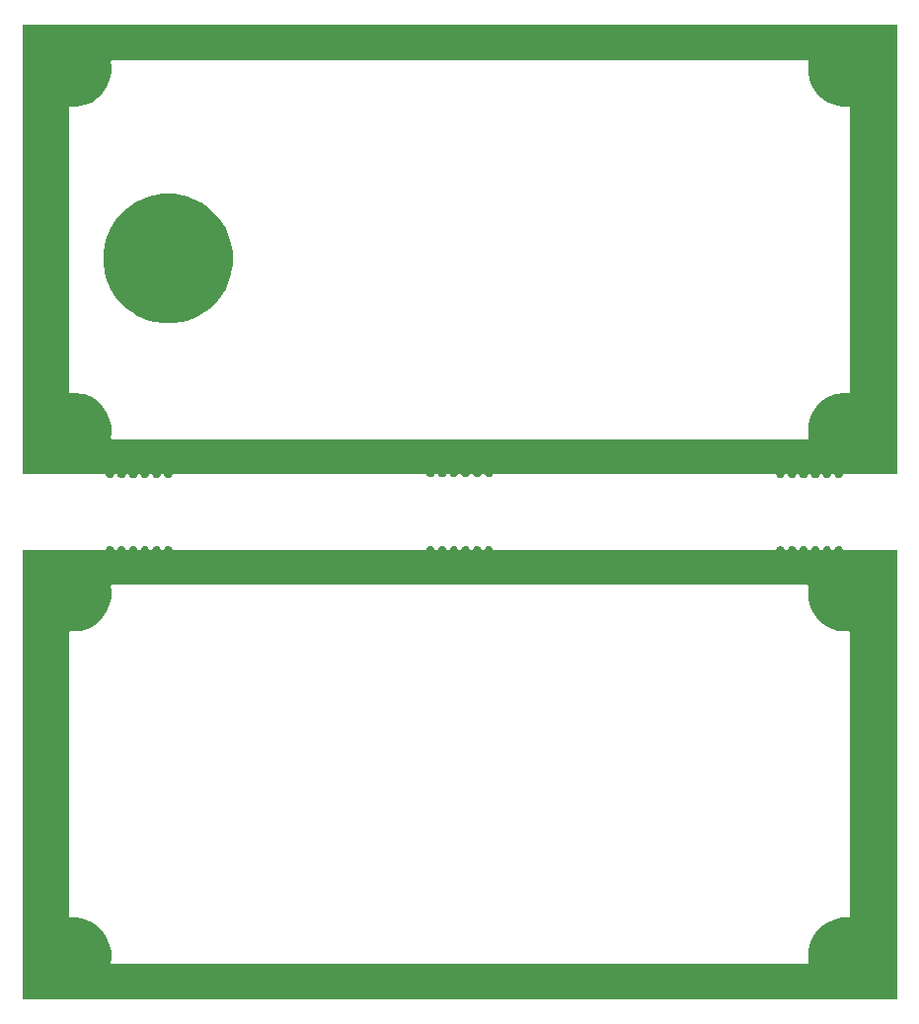
<source format=gbr>
G04 #@! TF.GenerationSoftware,KiCad,Pcbnew,(5.1.5)-3*
G04 #@! TF.CreationDate,2020-02-21T13:09:46+01:00*
G04 #@! TF.ProjectId,radiointerface-panel,72616469-6f69-46e7-9465-72666163652d,rev?*
G04 #@! TF.SameCoordinates,Original*
G04 #@! TF.FileFunction,Soldermask,Bot*
G04 #@! TF.FilePolarity,Negative*
%FSLAX46Y46*%
G04 Gerber Fmt 4.6, Leading zero omitted, Abs format (unit mm)*
G04 Created by KiCad (PCBNEW (5.1.5)-3) date 2020-02-21 13:09:46*
%MOMM*%
%LPD*%
G04 APERTURE LIST*
%ADD10C,0.100000*%
G04 APERTURE END LIST*
D10*
G36*
X57602383Y-94662489D02*
G01*
X57602386Y-94662490D01*
X57602385Y-94662490D01*
X57666258Y-94688946D01*
X57723748Y-94727360D01*
X57772640Y-94776252D01*
X57811054Y-94833742D01*
X57832624Y-94885818D01*
X57837511Y-94897617D01*
X57837863Y-94899388D01*
X57844976Y-94922837D01*
X57856527Y-94944447D01*
X57872073Y-94963389D01*
X57891015Y-94978934D01*
X57912625Y-94990485D01*
X57936074Y-94997598D01*
X57960460Y-95000000D01*
X58039540Y-95000000D01*
X58063926Y-94997598D01*
X58087375Y-94990485D01*
X58108986Y-94978934D01*
X58127928Y-94963389D01*
X58143473Y-94944447D01*
X58155024Y-94922836D01*
X58162137Y-94899388D01*
X58162489Y-94897617D01*
X58167376Y-94885818D01*
X58188946Y-94833742D01*
X58227360Y-94776252D01*
X58276252Y-94727360D01*
X58333742Y-94688946D01*
X58397615Y-94662490D01*
X58397614Y-94662490D01*
X58397617Y-94662489D01*
X58465430Y-94649000D01*
X58534570Y-94649000D01*
X58602383Y-94662489D01*
X58602386Y-94662490D01*
X58602385Y-94662490D01*
X58666258Y-94688946D01*
X58723748Y-94727360D01*
X58772640Y-94776252D01*
X58811054Y-94833742D01*
X58832624Y-94885818D01*
X58837511Y-94897617D01*
X58837863Y-94899388D01*
X58844976Y-94922837D01*
X58856527Y-94944447D01*
X58872073Y-94963389D01*
X58891015Y-94978934D01*
X58912625Y-94990485D01*
X58936074Y-94997598D01*
X58960460Y-95000000D01*
X59039540Y-95000000D01*
X59063926Y-94997598D01*
X59087375Y-94990485D01*
X59108986Y-94978934D01*
X59127928Y-94963389D01*
X59143473Y-94944447D01*
X59155024Y-94922836D01*
X59162137Y-94899388D01*
X59162489Y-94897617D01*
X59167376Y-94885818D01*
X59188946Y-94833742D01*
X59227360Y-94776252D01*
X59276252Y-94727360D01*
X59333742Y-94688946D01*
X59397615Y-94662490D01*
X59397614Y-94662490D01*
X59397617Y-94662489D01*
X59465430Y-94649000D01*
X59534570Y-94649000D01*
X59602383Y-94662489D01*
X59602386Y-94662490D01*
X59602385Y-94662490D01*
X59666258Y-94688946D01*
X59723748Y-94727360D01*
X59772640Y-94776252D01*
X59811054Y-94833742D01*
X59832624Y-94885818D01*
X59837511Y-94897617D01*
X59837863Y-94899388D01*
X59844976Y-94922837D01*
X59856527Y-94944447D01*
X59872073Y-94963389D01*
X59891015Y-94978934D01*
X59912625Y-94990485D01*
X59936074Y-94997598D01*
X59960460Y-95000000D01*
X60039540Y-95000000D01*
X60063926Y-94997598D01*
X60087375Y-94990485D01*
X60108986Y-94978934D01*
X60127928Y-94963389D01*
X60143473Y-94944447D01*
X60155024Y-94922836D01*
X60162137Y-94899388D01*
X60162489Y-94897617D01*
X60167376Y-94885818D01*
X60188946Y-94833742D01*
X60227360Y-94776252D01*
X60276252Y-94727360D01*
X60333742Y-94688946D01*
X60397615Y-94662490D01*
X60397614Y-94662490D01*
X60397617Y-94662489D01*
X60465430Y-94649000D01*
X60534570Y-94649000D01*
X60602383Y-94662489D01*
X60602386Y-94662490D01*
X60602385Y-94662490D01*
X60666258Y-94688946D01*
X60723748Y-94727360D01*
X60772640Y-94776252D01*
X60811054Y-94833742D01*
X60832624Y-94885818D01*
X60837511Y-94897617D01*
X60837863Y-94899388D01*
X60844976Y-94922837D01*
X60856527Y-94944447D01*
X60872073Y-94963389D01*
X60891015Y-94978934D01*
X60912625Y-94990485D01*
X60936074Y-94997598D01*
X60960460Y-95000000D01*
X61039540Y-95000000D01*
X61063926Y-94997598D01*
X61087375Y-94990485D01*
X61108986Y-94978934D01*
X61127928Y-94963389D01*
X61143473Y-94944447D01*
X61155024Y-94922836D01*
X61162137Y-94899388D01*
X61162489Y-94897617D01*
X61167376Y-94885818D01*
X61188946Y-94833742D01*
X61227360Y-94776252D01*
X61276252Y-94727360D01*
X61333742Y-94688946D01*
X61397615Y-94662490D01*
X61397614Y-94662490D01*
X61397617Y-94662489D01*
X61465430Y-94649000D01*
X61534570Y-94649000D01*
X61602383Y-94662489D01*
X61602386Y-94662490D01*
X61602385Y-94662490D01*
X61666258Y-94688946D01*
X61723748Y-94727360D01*
X61772640Y-94776252D01*
X61811054Y-94833742D01*
X61832624Y-94885818D01*
X61837511Y-94897617D01*
X61837863Y-94899388D01*
X61844976Y-94922837D01*
X61856527Y-94944447D01*
X61872073Y-94963389D01*
X61891015Y-94978934D01*
X61912625Y-94990485D01*
X61936074Y-94997598D01*
X61960460Y-95000000D01*
X62039540Y-95000000D01*
X62063926Y-94997598D01*
X62087375Y-94990485D01*
X62108986Y-94978934D01*
X62127928Y-94963389D01*
X62143473Y-94944447D01*
X62155024Y-94922836D01*
X62162137Y-94899388D01*
X62162489Y-94897617D01*
X62167376Y-94885818D01*
X62188946Y-94833742D01*
X62227360Y-94776252D01*
X62276252Y-94727360D01*
X62333742Y-94688946D01*
X62397615Y-94662490D01*
X62397614Y-94662490D01*
X62397617Y-94662489D01*
X62465430Y-94649000D01*
X62534570Y-94649000D01*
X62602383Y-94662489D01*
X62602386Y-94662490D01*
X62602385Y-94662490D01*
X62666258Y-94688946D01*
X62723748Y-94727360D01*
X62772640Y-94776252D01*
X62811054Y-94833742D01*
X62832624Y-94885818D01*
X62837511Y-94897617D01*
X62837863Y-94899388D01*
X62844976Y-94922837D01*
X62856527Y-94944447D01*
X62872073Y-94963389D01*
X62891015Y-94978934D01*
X62912625Y-94990485D01*
X62936074Y-94997598D01*
X62960460Y-95000000D01*
X84539540Y-95000000D01*
X84563926Y-94997598D01*
X84587375Y-94990485D01*
X84608986Y-94978934D01*
X84627928Y-94963389D01*
X84643473Y-94944447D01*
X84655024Y-94922836D01*
X84662137Y-94899388D01*
X84662489Y-94897617D01*
X84667376Y-94885818D01*
X84688946Y-94833742D01*
X84727360Y-94776252D01*
X84776252Y-94727360D01*
X84833742Y-94688946D01*
X84897615Y-94662490D01*
X84897614Y-94662490D01*
X84897617Y-94662489D01*
X84965430Y-94649000D01*
X85034570Y-94649000D01*
X85102383Y-94662489D01*
X85102386Y-94662490D01*
X85102385Y-94662490D01*
X85166258Y-94688946D01*
X85223748Y-94727360D01*
X85272640Y-94776252D01*
X85311054Y-94833742D01*
X85332624Y-94885818D01*
X85337511Y-94897617D01*
X85337863Y-94899388D01*
X85344976Y-94922837D01*
X85356527Y-94944447D01*
X85372073Y-94963389D01*
X85391015Y-94978934D01*
X85412625Y-94990485D01*
X85436074Y-94997598D01*
X85460460Y-95000000D01*
X85539540Y-95000000D01*
X85563926Y-94997598D01*
X85587375Y-94990485D01*
X85608986Y-94978934D01*
X85627928Y-94963389D01*
X85643473Y-94944447D01*
X85655024Y-94922836D01*
X85662137Y-94899388D01*
X85662489Y-94897617D01*
X85667376Y-94885818D01*
X85688946Y-94833742D01*
X85727360Y-94776252D01*
X85776252Y-94727360D01*
X85833742Y-94688946D01*
X85897615Y-94662490D01*
X85897614Y-94662490D01*
X85897617Y-94662489D01*
X85965430Y-94649000D01*
X86034570Y-94649000D01*
X86102383Y-94662489D01*
X86102386Y-94662490D01*
X86102385Y-94662490D01*
X86166258Y-94688946D01*
X86223748Y-94727360D01*
X86272640Y-94776252D01*
X86311054Y-94833742D01*
X86332624Y-94885818D01*
X86337511Y-94897617D01*
X86337863Y-94899388D01*
X86344976Y-94922837D01*
X86356527Y-94944447D01*
X86372073Y-94963389D01*
X86391015Y-94978934D01*
X86412625Y-94990485D01*
X86436074Y-94997598D01*
X86460460Y-95000000D01*
X86539540Y-95000000D01*
X86563926Y-94997598D01*
X86587375Y-94990485D01*
X86608986Y-94978934D01*
X86627928Y-94963389D01*
X86643473Y-94944447D01*
X86655024Y-94922836D01*
X86662137Y-94899388D01*
X86662489Y-94897617D01*
X86667376Y-94885818D01*
X86688946Y-94833742D01*
X86727360Y-94776252D01*
X86776252Y-94727360D01*
X86833742Y-94688946D01*
X86897615Y-94662490D01*
X86897614Y-94662490D01*
X86897617Y-94662489D01*
X86965430Y-94649000D01*
X87034570Y-94649000D01*
X87102383Y-94662489D01*
X87102386Y-94662490D01*
X87102385Y-94662490D01*
X87166258Y-94688946D01*
X87223748Y-94727360D01*
X87272640Y-94776252D01*
X87311054Y-94833742D01*
X87332624Y-94885818D01*
X87337511Y-94897617D01*
X87337863Y-94899388D01*
X87344976Y-94922837D01*
X87356527Y-94944447D01*
X87372073Y-94963389D01*
X87391015Y-94978934D01*
X87412625Y-94990485D01*
X87436074Y-94997598D01*
X87460460Y-95000000D01*
X87539540Y-95000000D01*
X87563926Y-94997598D01*
X87587375Y-94990485D01*
X87608986Y-94978934D01*
X87627928Y-94963389D01*
X87643473Y-94944447D01*
X87655024Y-94922836D01*
X87662137Y-94899388D01*
X87662489Y-94897617D01*
X87667376Y-94885818D01*
X87688946Y-94833742D01*
X87727360Y-94776252D01*
X87776252Y-94727360D01*
X87833742Y-94688946D01*
X87897615Y-94662490D01*
X87897614Y-94662490D01*
X87897617Y-94662489D01*
X87965430Y-94649000D01*
X88034570Y-94649000D01*
X88102383Y-94662489D01*
X88102386Y-94662490D01*
X88102385Y-94662490D01*
X88166258Y-94688946D01*
X88223748Y-94727360D01*
X88272640Y-94776252D01*
X88311054Y-94833742D01*
X88332624Y-94885818D01*
X88337511Y-94897617D01*
X88337863Y-94899388D01*
X88344976Y-94922837D01*
X88356527Y-94944447D01*
X88372073Y-94963389D01*
X88391015Y-94978934D01*
X88412625Y-94990485D01*
X88436074Y-94997598D01*
X88460460Y-95000000D01*
X88539540Y-95000000D01*
X88563926Y-94997598D01*
X88587375Y-94990485D01*
X88608986Y-94978934D01*
X88627928Y-94963389D01*
X88643473Y-94944447D01*
X88655024Y-94922836D01*
X88662137Y-94899388D01*
X88662489Y-94897617D01*
X88667376Y-94885818D01*
X88688946Y-94833742D01*
X88727360Y-94776252D01*
X88776252Y-94727360D01*
X88833742Y-94688946D01*
X88897615Y-94662490D01*
X88897614Y-94662490D01*
X88897617Y-94662489D01*
X88965430Y-94649000D01*
X89034570Y-94649000D01*
X89102383Y-94662489D01*
X89102386Y-94662490D01*
X89102385Y-94662490D01*
X89166258Y-94688946D01*
X89223748Y-94727360D01*
X89272640Y-94776252D01*
X89311054Y-94833742D01*
X89332624Y-94885818D01*
X89337511Y-94897617D01*
X89337863Y-94899388D01*
X89344976Y-94922837D01*
X89356527Y-94944447D01*
X89372073Y-94963389D01*
X89391015Y-94978934D01*
X89412625Y-94990485D01*
X89436074Y-94997598D01*
X89460460Y-95000000D01*
X89539540Y-95000000D01*
X89563926Y-94997598D01*
X89587375Y-94990485D01*
X89608986Y-94978934D01*
X89627928Y-94963389D01*
X89643473Y-94944447D01*
X89655024Y-94922836D01*
X89662137Y-94899388D01*
X89662489Y-94897617D01*
X89667376Y-94885818D01*
X89688946Y-94833742D01*
X89727360Y-94776252D01*
X89776252Y-94727360D01*
X89833742Y-94688946D01*
X89897615Y-94662490D01*
X89897614Y-94662490D01*
X89897617Y-94662489D01*
X89965430Y-94649000D01*
X90034570Y-94649000D01*
X90102383Y-94662489D01*
X90102386Y-94662490D01*
X90102385Y-94662490D01*
X90166258Y-94688946D01*
X90223748Y-94727360D01*
X90272640Y-94776252D01*
X90311054Y-94833742D01*
X90332624Y-94885818D01*
X90337511Y-94897617D01*
X90337863Y-94899388D01*
X90344976Y-94922837D01*
X90356527Y-94944447D01*
X90372073Y-94963389D01*
X90391015Y-94978934D01*
X90412625Y-94990485D01*
X90436074Y-94997598D01*
X90460460Y-95000000D01*
X114539540Y-95000000D01*
X114563926Y-94997598D01*
X114587375Y-94990485D01*
X114608986Y-94978934D01*
X114627928Y-94963389D01*
X114643473Y-94944447D01*
X114655024Y-94922836D01*
X114662137Y-94899388D01*
X114662489Y-94897617D01*
X114667376Y-94885818D01*
X114688946Y-94833742D01*
X114727360Y-94776252D01*
X114776252Y-94727360D01*
X114833742Y-94688946D01*
X114897615Y-94662490D01*
X114897614Y-94662490D01*
X114897617Y-94662489D01*
X114965430Y-94649000D01*
X115034570Y-94649000D01*
X115102383Y-94662489D01*
X115102386Y-94662490D01*
X115102385Y-94662490D01*
X115166258Y-94688946D01*
X115223748Y-94727360D01*
X115272640Y-94776252D01*
X115311054Y-94833742D01*
X115332624Y-94885818D01*
X115337511Y-94897617D01*
X115337863Y-94899388D01*
X115344976Y-94922837D01*
X115356527Y-94944447D01*
X115372073Y-94963389D01*
X115391015Y-94978934D01*
X115412625Y-94990485D01*
X115436074Y-94997598D01*
X115460460Y-95000000D01*
X115539540Y-95000000D01*
X115563926Y-94997598D01*
X115587375Y-94990485D01*
X115608986Y-94978934D01*
X115627928Y-94963389D01*
X115643473Y-94944447D01*
X115655024Y-94922836D01*
X115662137Y-94899388D01*
X115662489Y-94897617D01*
X115667376Y-94885818D01*
X115688946Y-94833742D01*
X115727360Y-94776252D01*
X115776252Y-94727360D01*
X115833742Y-94688946D01*
X115897615Y-94662490D01*
X115897614Y-94662490D01*
X115897617Y-94662489D01*
X115965430Y-94649000D01*
X116034570Y-94649000D01*
X116102383Y-94662489D01*
X116102386Y-94662490D01*
X116102385Y-94662490D01*
X116166258Y-94688946D01*
X116223748Y-94727360D01*
X116272640Y-94776252D01*
X116311054Y-94833742D01*
X116332624Y-94885818D01*
X116337511Y-94897617D01*
X116337863Y-94899388D01*
X116344976Y-94922837D01*
X116356527Y-94944447D01*
X116372073Y-94963389D01*
X116391015Y-94978934D01*
X116412625Y-94990485D01*
X116436074Y-94997598D01*
X116460460Y-95000000D01*
X116539540Y-95000000D01*
X116563926Y-94997598D01*
X116587375Y-94990485D01*
X116608986Y-94978934D01*
X116627928Y-94963389D01*
X116643473Y-94944447D01*
X116655024Y-94922836D01*
X116662137Y-94899388D01*
X116662489Y-94897617D01*
X116667376Y-94885818D01*
X116688946Y-94833742D01*
X116727360Y-94776252D01*
X116776252Y-94727360D01*
X116833742Y-94688946D01*
X116897615Y-94662490D01*
X116897614Y-94662490D01*
X116897617Y-94662489D01*
X116965430Y-94649000D01*
X117034570Y-94649000D01*
X117102383Y-94662489D01*
X117102386Y-94662490D01*
X117102385Y-94662490D01*
X117166258Y-94688946D01*
X117223748Y-94727360D01*
X117272640Y-94776252D01*
X117311054Y-94833742D01*
X117332624Y-94885818D01*
X117337511Y-94897617D01*
X117337863Y-94899388D01*
X117344976Y-94922837D01*
X117356527Y-94944447D01*
X117372073Y-94963389D01*
X117391015Y-94978934D01*
X117412625Y-94990485D01*
X117436074Y-94997598D01*
X117460460Y-95000000D01*
X117539540Y-95000000D01*
X117563926Y-94997598D01*
X117587375Y-94990485D01*
X117608986Y-94978934D01*
X117627928Y-94963389D01*
X117643473Y-94944447D01*
X117655024Y-94922836D01*
X117662137Y-94899388D01*
X117662489Y-94897617D01*
X117667376Y-94885818D01*
X117688946Y-94833742D01*
X117727360Y-94776252D01*
X117776252Y-94727360D01*
X117833742Y-94688946D01*
X117897615Y-94662490D01*
X117897614Y-94662490D01*
X117897617Y-94662489D01*
X117965430Y-94649000D01*
X118034570Y-94649000D01*
X118102383Y-94662489D01*
X118102386Y-94662490D01*
X118102385Y-94662490D01*
X118166258Y-94688946D01*
X118223748Y-94727360D01*
X118272640Y-94776252D01*
X118311054Y-94833742D01*
X118332624Y-94885818D01*
X118337511Y-94897617D01*
X118337863Y-94899388D01*
X118344976Y-94922837D01*
X118356527Y-94944447D01*
X118372073Y-94963389D01*
X118391015Y-94978934D01*
X118412625Y-94990485D01*
X118436074Y-94997598D01*
X118460460Y-95000000D01*
X118539540Y-95000000D01*
X118563926Y-94997598D01*
X118587375Y-94990485D01*
X118608986Y-94978934D01*
X118627928Y-94963389D01*
X118643473Y-94944447D01*
X118655024Y-94922836D01*
X118662137Y-94899388D01*
X118662489Y-94897617D01*
X118667376Y-94885818D01*
X118688946Y-94833742D01*
X118727360Y-94776252D01*
X118776252Y-94727360D01*
X118833742Y-94688946D01*
X118897615Y-94662490D01*
X118897614Y-94662490D01*
X118897617Y-94662489D01*
X118965430Y-94649000D01*
X119034570Y-94649000D01*
X119102383Y-94662489D01*
X119102386Y-94662490D01*
X119102385Y-94662490D01*
X119166258Y-94688946D01*
X119223748Y-94727360D01*
X119272640Y-94776252D01*
X119311054Y-94833742D01*
X119332624Y-94885818D01*
X119337511Y-94897617D01*
X119337863Y-94899388D01*
X119344976Y-94922837D01*
X119356527Y-94944447D01*
X119372073Y-94963389D01*
X119391015Y-94978934D01*
X119412625Y-94990485D01*
X119436074Y-94997598D01*
X119460460Y-95000000D01*
X119539540Y-95000000D01*
X119563926Y-94997598D01*
X119587375Y-94990485D01*
X119608986Y-94978934D01*
X119627928Y-94963389D01*
X119643473Y-94944447D01*
X119655024Y-94922836D01*
X119662137Y-94899388D01*
X119662489Y-94897617D01*
X119667376Y-94885818D01*
X119688946Y-94833742D01*
X119727360Y-94776252D01*
X119776252Y-94727360D01*
X119833742Y-94688946D01*
X119897615Y-94662490D01*
X119897614Y-94662490D01*
X119897617Y-94662489D01*
X119965430Y-94649000D01*
X120034570Y-94649000D01*
X120102383Y-94662489D01*
X120102386Y-94662490D01*
X120102385Y-94662490D01*
X120166258Y-94688946D01*
X120223748Y-94727360D01*
X120272640Y-94776252D01*
X120311054Y-94833742D01*
X120332624Y-94885818D01*
X120337511Y-94897617D01*
X120337863Y-94899388D01*
X120344976Y-94922837D01*
X120356527Y-94944447D01*
X120372073Y-94963389D01*
X120391015Y-94978934D01*
X120412625Y-94990485D01*
X120436074Y-94997598D01*
X120460460Y-95000000D01*
X125000000Y-95000000D01*
X125000000Y-133500000D01*
X50000000Y-133500000D01*
X50000000Y-102100999D01*
X54000000Y-102100999D01*
X54000000Y-126399001D01*
X54002402Y-126423387D01*
X54009515Y-126446836D01*
X54021066Y-126468447D01*
X54036611Y-126487389D01*
X54055553Y-126502934D01*
X54077164Y-126514485D01*
X54100613Y-126521598D01*
X54124999Y-126524000D01*
X54695197Y-126524000D01*
X55009239Y-126586467D01*
X55323282Y-126648934D01*
X55914926Y-126894001D01*
X56447392Y-127249784D01*
X56900216Y-127702608D01*
X57255999Y-128235074D01*
X57501066Y-128826718D01*
X57501066Y-128826719D01*
X57626000Y-129454803D01*
X57626000Y-130095197D01*
X57575194Y-130350615D01*
X57572792Y-130375001D01*
X57575194Y-130399387D01*
X57582307Y-130422836D01*
X57593858Y-130444447D01*
X57609403Y-130463389D01*
X57628345Y-130478934D01*
X57649956Y-130490485D01*
X57673405Y-130497598D01*
X57697791Y-130500000D01*
X117302209Y-130500000D01*
X117326595Y-130497598D01*
X117350044Y-130490485D01*
X117371655Y-130478934D01*
X117390597Y-130463389D01*
X117406142Y-130444447D01*
X117417693Y-130422836D01*
X117424806Y-130399387D01*
X117427208Y-130375001D01*
X117424806Y-130350615D01*
X117374000Y-130095197D01*
X117374000Y-129454803D01*
X117498934Y-128826719D01*
X117498934Y-128826718D01*
X117744001Y-128235074D01*
X118099784Y-127702608D01*
X118552608Y-127249784D01*
X119085074Y-126894001D01*
X119676718Y-126648934D01*
X119990761Y-126586467D01*
X120304803Y-126524000D01*
X120875001Y-126524000D01*
X120899387Y-126521598D01*
X120922836Y-126514485D01*
X120944447Y-126502934D01*
X120963389Y-126487389D01*
X120978934Y-126468447D01*
X120990485Y-126446836D01*
X120997598Y-126423387D01*
X121000000Y-126399001D01*
X121000000Y-102100999D01*
X120997598Y-102076613D01*
X120990485Y-102053164D01*
X120978934Y-102031553D01*
X120963389Y-102012611D01*
X120944447Y-101997066D01*
X120922836Y-101985515D01*
X120899387Y-101978402D01*
X120875001Y-101976000D01*
X120304803Y-101976000D01*
X119990761Y-101913533D01*
X119676718Y-101851066D01*
X119085074Y-101605999D01*
X118552608Y-101250216D01*
X118099784Y-100797392D01*
X117744001Y-100264926D01*
X117498934Y-99673282D01*
X117374000Y-99045196D01*
X117374000Y-98404804D01*
X117424806Y-98149385D01*
X117427208Y-98124999D01*
X117424806Y-98100613D01*
X117417693Y-98077164D01*
X117406142Y-98055553D01*
X117390597Y-98036611D01*
X117371655Y-98021066D01*
X117350044Y-98009515D01*
X117326595Y-98002402D01*
X117302209Y-98000000D01*
X57697791Y-98000000D01*
X57673405Y-98002402D01*
X57649956Y-98009515D01*
X57628345Y-98021066D01*
X57609403Y-98036611D01*
X57593858Y-98055553D01*
X57582307Y-98077164D01*
X57575194Y-98100613D01*
X57572792Y-98124999D01*
X57575194Y-98149385D01*
X57626000Y-98404804D01*
X57626000Y-99045196D01*
X57501066Y-99673282D01*
X57255999Y-100264926D01*
X56900216Y-100797392D01*
X56447392Y-101250216D01*
X55914926Y-101605999D01*
X55323282Y-101851066D01*
X55009239Y-101913533D01*
X54695197Y-101976000D01*
X54124999Y-101976000D01*
X54100613Y-101978402D01*
X54077164Y-101985515D01*
X54055553Y-101997066D01*
X54036611Y-102012611D01*
X54021066Y-102031553D01*
X54009515Y-102053164D01*
X54002402Y-102076613D01*
X54000000Y-102100999D01*
X50000000Y-102100999D01*
X50000000Y-95000000D01*
X57039540Y-95000000D01*
X57063926Y-94997598D01*
X57087375Y-94990485D01*
X57108986Y-94978934D01*
X57127928Y-94963389D01*
X57143473Y-94944447D01*
X57155024Y-94922836D01*
X57162137Y-94899388D01*
X57162489Y-94897617D01*
X57167376Y-94885818D01*
X57188946Y-94833742D01*
X57227360Y-94776252D01*
X57276252Y-94727360D01*
X57333742Y-94688946D01*
X57397615Y-94662490D01*
X57397614Y-94662490D01*
X57397617Y-94662489D01*
X57465430Y-94649000D01*
X57534570Y-94649000D01*
X57602383Y-94662489D01*
G37*
G36*
X125000000Y-88500000D02*
G01*
X120460460Y-88500000D01*
X120436074Y-88502402D01*
X120412625Y-88509515D01*
X120391014Y-88521066D01*
X120372072Y-88536611D01*
X120356527Y-88555553D01*
X120344976Y-88577164D01*
X120337864Y-88600609D01*
X120337511Y-88602383D01*
X120337510Y-88602385D01*
X120311054Y-88666258D01*
X120272640Y-88723748D01*
X120223748Y-88772640D01*
X120166258Y-88811054D01*
X120114182Y-88832624D01*
X120102383Y-88837511D01*
X120034570Y-88851000D01*
X119965430Y-88851000D01*
X119897617Y-88837511D01*
X119885818Y-88832624D01*
X119833742Y-88811054D01*
X119776252Y-88772640D01*
X119727360Y-88723748D01*
X119688946Y-88666258D01*
X119662490Y-88602385D01*
X119662489Y-88602383D01*
X119662136Y-88600609D01*
X119655024Y-88577163D01*
X119643473Y-88555553D01*
X119627927Y-88536611D01*
X119608985Y-88521066D01*
X119587375Y-88509515D01*
X119563926Y-88502402D01*
X119539540Y-88500000D01*
X119460460Y-88500000D01*
X119436074Y-88502402D01*
X119412625Y-88509515D01*
X119391014Y-88521066D01*
X119372072Y-88536611D01*
X119356527Y-88555553D01*
X119344976Y-88577164D01*
X119337864Y-88600609D01*
X119337511Y-88602383D01*
X119337510Y-88602385D01*
X119311054Y-88666258D01*
X119272640Y-88723748D01*
X119223748Y-88772640D01*
X119166258Y-88811054D01*
X119114182Y-88832624D01*
X119102383Y-88837511D01*
X119034570Y-88851000D01*
X118965430Y-88851000D01*
X118897617Y-88837511D01*
X118885818Y-88832624D01*
X118833742Y-88811054D01*
X118776252Y-88772640D01*
X118727360Y-88723748D01*
X118688946Y-88666258D01*
X118662490Y-88602385D01*
X118662489Y-88602383D01*
X118662136Y-88600609D01*
X118655024Y-88577163D01*
X118643473Y-88555553D01*
X118627927Y-88536611D01*
X118608985Y-88521066D01*
X118587375Y-88509515D01*
X118563926Y-88502402D01*
X118539540Y-88500000D01*
X118460460Y-88500000D01*
X118436074Y-88502402D01*
X118412625Y-88509515D01*
X118391014Y-88521066D01*
X118372072Y-88536611D01*
X118356527Y-88555553D01*
X118344976Y-88577164D01*
X118337864Y-88600609D01*
X118337511Y-88602383D01*
X118337510Y-88602385D01*
X118311054Y-88666258D01*
X118272640Y-88723748D01*
X118223748Y-88772640D01*
X118166258Y-88811054D01*
X118114182Y-88832624D01*
X118102383Y-88837511D01*
X118034570Y-88851000D01*
X117965430Y-88851000D01*
X117897617Y-88837511D01*
X117885818Y-88832624D01*
X117833742Y-88811054D01*
X117776252Y-88772640D01*
X117727360Y-88723748D01*
X117688946Y-88666258D01*
X117662490Y-88602385D01*
X117662489Y-88602383D01*
X117662136Y-88600609D01*
X117655024Y-88577163D01*
X117643473Y-88555553D01*
X117627927Y-88536611D01*
X117608985Y-88521066D01*
X117587375Y-88509515D01*
X117563926Y-88502402D01*
X117539540Y-88500000D01*
X117460460Y-88500000D01*
X117436074Y-88502402D01*
X117412625Y-88509515D01*
X117391014Y-88521066D01*
X117372072Y-88536611D01*
X117356527Y-88555553D01*
X117344976Y-88577164D01*
X117337864Y-88600609D01*
X117337511Y-88602383D01*
X117337510Y-88602385D01*
X117311054Y-88666258D01*
X117272640Y-88723748D01*
X117223748Y-88772640D01*
X117166258Y-88811054D01*
X117114182Y-88832624D01*
X117102383Y-88837511D01*
X117034570Y-88851000D01*
X116965430Y-88851000D01*
X116897617Y-88837511D01*
X116885818Y-88832624D01*
X116833742Y-88811054D01*
X116776252Y-88772640D01*
X116727360Y-88723748D01*
X116688946Y-88666258D01*
X116662490Y-88602385D01*
X116662489Y-88602383D01*
X116662136Y-88600609D01*
X116655024Y-88577163D01*
X116643473Y-88555553D01*
X116627927Y-88536611D01*
X116608985Y-88521066D01*
X116587375Y-88509515D01*
X116563926Y-88502402D01*
X116539540Y-88500000D01*
X116460460Y-88500000D01*
X116436074Y-88502402D01*
X116412625Y-88509515D01*
X116391014Y-88521066D01*
X116372072Y-88536611D01*
X116356527Y-88555553D01*
X116344976Y-88577164D01*
X116337864Y-88600609D01*
X116337511Y-88602383D01*
X116337510Y-88602385D01*
X116311054Y-88666258D01*
X116272640Y-88723748D01*
X116223748Y-88772640D01*
X116166258Y-88811054D01*
X116114182Y-88832624D01*
X116102383Y-88837511D01*
X116034570Y-88851000D01*
X115965430Y-88851000D01*
X115897617Y-88837511D01*
X115885818Y-88832624D01*
X115833742Y-88811054D01*
X115776252Y-88772640D01*
X115727360Y-88723748D01*
X115688946Y-88666258D01*
X115662490Y-88602385D01*
X115662489Y-88602383D01*
X115662136Y-88600609D01*
X115655024Y-88577163D01*
X115643473Y-88555553D01*
X115627927Y-88536611D01*
X115608985Y-88521066D01*
X115587375Y-88509515D01*
X115563926Y-88502402D01*
X115539540Y-88500000D01*
X115460460Y-88500000D01*
X115436074Y-88502402D01*
X115412625Y-88509515D01*
X115391014Y-88521066D01*
X115372072Y-88536611D01*
X115356527Y-88555553D01*
X115344976Y-88577164D01*
X115337864Y-88600609D01*
X115337511Y-88602383D01*
X115337510Y-88602385D01*
X115311054Y-88666258D01*
X115272640Y-88723748D01*
X115223748Y-88772640D01*
X115166258Y-88811054D01*
X115114182Y-88832624D01*
X115102383Y-88837511D01*
X115034570Y-88851000D01*
X114965430Y-88851000D01*
X114897617Y-88837511D01*
X114885818Y-88832624D01*
X114833742Y-88811054D01*
X114776252Y-88772640D01*
X114727360Y-88723748D01*
X114688946Y-88666258D01*
X114662490Y-88602385D01*
X114662489Y-88602383D01*
X114662136Y-88600609D01*
X114655024Y-88577163D01*
X114643473Y-88555553D01*
X114627927Y-88536611D01*
X114608985Y-88521066D01*
X114587375Y-88509515D01*
X114563926Y-88502402D01*
X114539540Y-88500000D01*
X90429269Y-88500000D01*
X90404883Y-88502402D01*
X90381434Y-88509515D01*
X90359823Y-88521066D01*
X90340881Y-88536611D01*
X90325336Y-88555553D01*
X90313785Y-88577163D01*
X90311052Y-88583761D01*
X90285385Y-88622173D01*
X90272640Y-88641248D01*
X90223748Y-88690140D01*
X90166258Y-88728554D01*
X90114182Y-88750124D01*
X90102383Y-88755011D01*
X90034570Y-88768500D01*
X89965430Y-88768500D01*
X89897617Y-88755011D01*
X89885818Y-88750124D01*
X89833742Y-88728554D01*
X89776252Y-88690140D01*
X89727360Y-88641248D01*
X89714615Y-88622173D01*
X89688948Y-88583761D01*
X89686215Y-88577163D01*
X89674663Y-88555552D01*
X89659118Y-88536611D01*
X89640176Y-88521066D01*
X89618565Y-88509515D01*
X89595116Y-88502402D01*
X89570731Y-88500000D01*
X89429269Y-88500000D01*
X89404883Y-88502402D01*
X89381434Y-88509515D01*
X89359823Y-88521066D01*
X89340881Y-88536611D01*
X89325336Y-88555553D01*
X89313785Y-88577163D01*
X89311052Y-88583761D01*
X89285385Y-88622173D01*
X89272640Y-88641248D01*
X89223748Y-88690140D01*
X89166258Y-88728554D01*
X89114182Y-88750124D01*
X89102383Y-88755011D01*
X89034570Y-88768500D01*
X88965430Y-88768500D01*
X88897617Y-88755011D01*
X88885818Y-88750124D01*
X88833742Y-88728554D01*
X88776252Y-88690140D01*
X88727360Y-88641248D01*
X88714615Y-88622173D01*
X88688948Y-88583761D01*
X88686215Y-88577163D01*
X88674663Y-88555552D01*
X88659118Y-88536611D01*
X88640176Y-88521066D01*
X88618565Y-88509515D01*
X88595116Y-88502402D01*
X88570731Y-88500000D01*
X88429269Y-88500000D01*
X88404883Y-88502402D01*
X88381434Y-88509515D01*
X88359823Y-88521066D01*
X88340881Y-88536611D01*
X88325336Y-88555553D01*
X88313785Y-88577163D01*
X88311052Y-88583761D01*
X88285385Y-88622173D01*
X88272640Y-88641248D01*
X88223748Y-88690140D01*
X88166258Y-88728554D01*
X88114182Y-88750124D01*
X88102383Y-88755011D01*
X88034570Y-88768500D01*
X87965430Y-88768500D01*
X87897617Y-88755011D01*
X87885818Y-88750124D01*
X87833742Y-88728554D01*
X87776252Y-88690140D01*
X87727360Y-88641248D01*
X87714615Y-88622173D01*
X87688948Y-88583761D01*
X87686215Y-88577163D01*
X87674663Y-88555552D01*
X87659118Y-88536611D01*
X87640176Y-88521066D01*
X87618565Y-88509515D01*
X87595116Y-88502402D01*
X87570731Y-88500000D01*
X87429269Y-88500000D01*
X87404883Y-88502402D01*
X87381434Y-88509515D01*
X87359823Y-88521066D01*
X87340881Y-88536611D01*
X87325336Y-88555553D01*
X87313785Y-88577163D01*
X87311052Y-88583761D01*
X87285385Y-88622173D01*
X87272640Y-88641248D01*
X87223748Y-88690140D01*
X87166258Y-88728554D01*
X87114182Y-88750124D01*
X87102383Y-88755011D01*
X87034570Y-88768500D01*
X86965430Y-88768500D01*
X86897617Y-88755011D01*
X86885818Y-88750124D01*
X86833742Y-88728554D01*
X86776252Y-88690140D01*
X86727360Y-88641248D01*
X86714615Y-88622173D01*
X86688948Y-88583761D01*
X86686215Y-88577163D01*
X86674663Y-88555552D01*
X86659118Y-88536611D01*
X86640176Y-88521066D01*
X86618565Y-88509515D01*
X86595116Y-88502402D01*
X86570731Y-88500000D01*
X86429269Y-88500000D01*
X86404883Y-88502402D01*
X86381434Y-88509515D01*
X86359823Y-88521066D01*
X86340881Y-88536611D01*
X86325336Y-88555553D01*
X86313785Y-88577163D01*
X86311052Y-88583761D01*
X86285385Y-88622173D01*
X86272640Y-88641248D01*
X86223748Y-88690140D01*
X86166258Y-88728554D01*
X86114182Y-88750124D01*
X86102383Y-88755011D01*
X86034570Y-88768500D01*
X85965430Y-88768500D01*
X85897617Y-88755011D01*
X85885818Y-88750124D01*
X85833742Y-88728554D01*
X85776252Y-88690140D01*
X85727360Y-88641248D01*
X85714615Y-88622173D01*
X85688948Y-88583761D01*
X85686215Y-88577163D01*
X85674663Y-88555552D01*
X85659118Y-88536611D01*
X85640176Y-88521066D01*
X85618565Y-88509515D01*
X85595116Y-88502402D01*
X85570731Y-88500000D01*
X85429269Y-88500000D01*
X85404883Y-88502402D01*
X85381434Y-88509515D01*
X85359823Y-88521066D01*
X85340881Y-88536611D01*
X85325336Y-88555553D01*
X85313785Y-88577163D01*
X85311052Y-88583761D01*
X85285385Y-88622173D01*
X85272640Y-88641248D01*
X85223748Y-88690140D01*
X85166258Y-88728554D01*
X85114182Y-88750124D01*
X85102383Y-88755011D01*
X85034570Y-88768500D01*
X84965430Y-88768500D01*
X84897617Y-88755011D01*
X84885818Y-88750124D01*
X84833742Y-88728554D01*
X84776252Y-88690140D01*
X84727360Y-88641248D01*
X84714615Y-88622173D01*
X84688948Y-88583761D01*
X84686215Y-88577163D01*
X84674663Y-88555552D01*
X84659118Y-88536611D01*
X84640176Y-88521066D01*
X84618565Y-88509515D01*
X84595116Y-88502402D01*
X84570731Y-88500000D01*
X62960460Y-88500000D01*
X62936074Y-88502402D01*
X62912625Y-88509515D01*
X62891014Y-88521066D01*
X62872072Y-88536611D01*
X62856527Y-88555553D01*
X62844976Y-88577164D01*
X62837864Y-88600609D01*
X62837511Y-88602383D01*
X62837510Y-88602385D01*
X62811054Y-88666258D01*
X62772640Y-88723748D01*
X62723748Y-88772640D01*
X62666258Y-88811054D01*
X62614182Y-88832624D01*
X62602383Y-88837511D01*
X62534570Y-88851000D01*
X62465430Y-88851000D01*
X62397617Y-88837511D01*
X62385818Y-88832624D01*
X62333742Y-88811054D01*
X62276252Y-88772640D01*
X62227360Y-88723748D01*
X62188946Y-88666258D01*
X62162490Y-88602385D01*
X62162489Y-88602383D01*
X62162136Y-88600609D01*
X62155024Y-88577163D01*
X62143473Y-88555553D01*
X62127927Y-88536611D01*
X62108985Y-88521066D01*
X62087375Y-88509515D01*
X62063926Y-88502402D01*
X62039540Y-88500000D01*
X61960460Y-88500000D01*
X61936074Y-88502402D01*
X61912625Y-88509515D01*
X61891014Y-88521066D01*
X61872072Y-88536611D01*
X61856527Y-88555553D01*
X61844976Y-88577164D01*
X61837864Y-88600609D01*
X61837511Y-88602383D01*
X61837510Y-88602385D01*
X61811054Y-88666258D01*
X61772640Y-88723748D01*
X61723748Y-88772640D01*
X61666258Y-88811054D01*
X61614182Y-88832624D01*
X61602383Y-88837511D01*
X61534570Y-88851000D01*
X61465430Y-88851000D01*
X61397617Y-88837511D01*
X61385818Y-88832624D01*
X61333742Y-88811054D01*
X61276252Y-88772640D01*
X61227360Y-88723748D01*
X61188946Y-88666258D01*
X61162490Y-88602385D01*
X61162489Y-88602383D01*
X61162136Y-88600609D01*
X61155024Y-88577163D01*
X61143473Y-88555553D01*
X61127927Y-88536611D01*
X61108985Y-88521066D01*
X61087375Y-88509515D01*
X61063926Y-88502402D01*
X61039540Y-88500000D01*
X60960460Y-88500000D01*
X60936074Y-88502402D01*
X60912625Y-88509515D01*
X60891014Y-88521066D01*
X60872072Y-88536611D01*
X60856527Y-88555553D01*
X60844976Y-88577164D01*
X60837864Y-88600609D01*
X60837511Y-88602383D01*
X60837510Y-88602385D01*
X60811054Y-88666258D01*
X60772640Y-88723748D01*
X60723748Y-88772640D01*
X60666258Y-88811054D01*
X60614182Y-88832624D01*
X60602383Y-88837511D01*
X60534570Y-88851000D01*
X60465430Y-88851000D01*
X60397617Y-88837511D01*
X60385818Y-88832624D01*
X60333742Y-88811054D01*
X60276252Y-88772640D01*
X60227360Y-88723748D01*
X60188946Y-88666258D01*
X60162490Y-88602385D01*
X60162489Y-88602383D01*
X60162136Y-88600609D01*
X60155024Y-88577163D01*
X60143473Y-88555553D01*
X60127927Y-88536611D01*
X60108985Y-88521066D01*
X60087375Y-88509515D01*
X60063926Y-88502402D01*
X60039540Y-88500000D01*
X59960460Y-88500000D01*
X59936074Y-88502402D01*
X59912625Y-88509515D01*
X59891014Y-88521066D01*
X59872072Y-88536611D01*
X59856527Y-88555553D01*
X59844976Y-88577164D01*
X59837864Y-88600609D01*
X59837511Y-88602383D01*
X59837510Y-88602385D01*
X59811054Y-88666258D01*
X59772640Y-88723748D01*
X59723748Y-88772640D01*
X59666258Y-88811054D01*
X59614182Y-88832624D01*
X59602383Y-88837511D01*
X59534570Y-88851000D01*
X59465430Y-88851000D01*
X59397617Y-88837511D01*
X59385818Y-88832624D01*
X59333742Y-88811054D01*
X59276252Y-88772640D01*
X59227360Y-88723748D01*
X59188946Y-88666258D01*
X59162490Y-88602385D01*
X59162489Y-88602383D01*
X59162136Y-88600609D01*
X59155024Y-88577163D01*
X59143473Y-88555553D01*
X59127927Y-88536611D01*
X59108985Y-88521066D01*
X59087375Y-88509515D01*
X59063926Y-88502402D01*
X59039540Y-88500000D01*
X58960460Y-88500000D01*
X58936074Y-88502402D01*
X58912625Y-88509515D01*
X58891014Y-88521066D01*
X58872072Y-88536611D01*
X58856527Y-88555553D01*
X58844976Y-88577164D01*
X58837864Y-88600609D01*
X58837511Y-88602383D01*
X58837510Y-88602385D01*
X58811054Y-88666258D01*
X58772640Y-88723748D01*
X58723748Y-88772640D01*
X58666258Y-88811054D01*
X58614182Y-88832624D01*
X58602383Y-88837511D01*
X58534570Y-88851000D01*
X58465430Y-88851000D01*
X58397617Y-88837511D01*
X58385818Y-88832624D01*
X58333742Y-88811054D01*
X58276252Y-88772640D01*
X58227360Y-88723748D01*
X58188946Y-88666258D01*
X58162490Y-88602385D01*
X58162489Y-88602383D01*
X58162136Y-88600609D01*
X58155024Y-88577163D01*
X58143473Y-88555553D01*
X58127927Y-88536611D01*
X58108985Y-88521066D01*
X58087375Y-88509515D01*
X58063926Y-88502402D01*
X58039540Y-88500000D01*
X57960460Y-88500000D01*
X57936074Y-88502402D01*
X57912625Y-88509515D01*
X57891014Y-88521066D01*
X57872072Y-88536611D01*
X57856527Y-88555553D01*
X57844976Y-88577164D01*
X57837864Y-88600609D01*
X57837511Y-88602383D01*
X57837510Y-88602385D01*
X57811054Y-88666258D01*
X57772640Y-88723748D01*
X57723748Y-88772640D01*
X57666258Y-88811054D01*
X57614182Y-88832624D01*
X57602383Y-88837511D01*
X57534570Y-88851000D01*
X57465430Y-88851000D01*
X57397617Y-88837511D01*
X57385818Y-88832624D01*
X57333742Y-88811054D01*
X57276252Y-88772640D01*
X57227360Y-88723748D01*
X57188946Y-88666258D01*
X57162490Y-88602385D01*
X57162489Y-88602383D01*
X57162136Y-88600609D01*
X57155024Y-88577163D01*
X57143473Y-88555553D01*
X57127927Y-88536611D01*
X57108985Y-88521066D01*
X57087375Y-88509515D01*
X57063926Y-88502402D01*
X57039540Y-88500000D01*
X50000000Y-88500000D01*
X50000000Y-57100999D01*
X54000000Y-57100999D01*
X54000000Y-81399001D01*
X54002402Y-81423387D01*
X54009515Y-81446836D01*
X54021066Y-81468447D01*
X54036611Y-81487389D01*
X54055553Y-81502934D01*
X54077164Y-81514485D01*
X54100613Y-81521598D01*
X54124999Y-81524000D01*
X54695197Y-81524000D01*
X55009239Y-81586467D01*
X55323282Y-81648934D01*
X55914926Y-81894001D01*
X56447392Y-82249784D01*
X56900216Y-82702608D01*
X57255999Y-83235074D01*
X57501066Y-83826718D01*
X57501066Y-83826719D01*
X57626000Y-84454803D01*
X57626000Y-85095197D01*
X57575194Y-85350615D01*
X57572792Y-85375001D01*
X57575194Y-85399387D01*
X57582307Y-85422836D01*
X57593858Y-85444447D01*
X57609403Y-85463389D01*
X57628345Y-85478934D01*
X57649956Y-85490485D01*
X57673405Y-85497598D01*
X57697791Y-85500000D01*
X117302209Y-85500000D01*
X117326595Y-85497598D01*
X117350044Y-85490485D01*
X117371655Y-85478934D01*
X117390597Y-85463389D01*
X117406142Y-85444447D01*
X117417693Y-85422836D01*
X117424806Y-85399387D01*
X117427208Y-85375001D01*
X117424806Y-85350615D01*
X117374000Y-85095197D01*
X117374000Y-84454803D01*
X117498934Y-83826719D01*
X117498934Y-83826718D01*
X117744001Y-83235074D01*
X118099784Y-82702608D01*
X118552608Y-82249784D01*
X119085074Y-81894001D01*
X119676718Y-81648934D01*
X119990761Y-81586467D01*
X120304803Y-81524000D01*
X120875001Y-81524000D01*
X120899387Y-81521598D01*
X120922836Y-81514485D01*
X120944447Y-81502934D01*
X120963389Y-81487389D01*
X120978934Y-81468447D01*
X120990485Y-81446836D01*
X120997598Y-81423387D01*
X121000000Y-81399001D01*
X121000000Y-57100999D01*
X120997598Y-57076613D01*
X120990485Y-57053164D01*
X120978934Y-57031553D01*
X120963389Y-57012611D01*
X120944447Y-56997066D01*
X120922836Y-56985515D01*
X120899387Y-56978402D01*
X120875001Y-56976000D01*
X120304803Y-56976000D01*
X119990761Y-56913533D01*
X119676718Y-56851066D01*
X119085074Y-56605999D01*
X118552608Y-56250216D01*
X118099784Y-55797392D01*
X117744001Y-55264926D01*
X117498934Y-54673282D01*
X117374000Y-54045196D01*
X117374000Y-53404804D01*
X117424806Y-53149385D01*
X117427208Y-53124999D01*
X117424806Y-53100613D01*
X117417693Y-53077164D01*
X117406142Y-53055553D01*
X117390597Y-53036611D01*
X117371655Y-53021066D01*
X117350044Y-53009515D01*
X117326595Y-53002402D01*
X117302209Y-53000000D01*
X57697791Y-53000000D01*
X57673405Y-53002402D01*
X57649956Y-53009515D01*
X57628345Y-53021066D01*
X57609403Y-53036611D01*
X57593858Y-53055553D01*
X57582307Y-53077164D01*
X57575194Y-53100613D01*
X57572792Y-53124999D01*
X57575194Y-53149385D01*
X57626000Y-53404804D01*
X57626000Y-54045196D01*
X57501066Y-54673282D01*
X57255999Y-55264926D01*
X56900216Y-55797392D01*
X56447392Y-56250216D01*
X55914926Y-56605999D01*
X55323282Y-56851066D01*
X55009239Y-56913533D01*
X54695197Y-56976000D01*
X54124999Y-56976000D01*
X54100613Y-56978402D01*
X54077164Y-56985515D01*
X54055553Y-56997066D01*
X54036611Y-57012611D01*
X54021066Y-57031553D01*
X54009515Y-57053164D01*
X54002402Y-57076613D01*
X54000000Y-57100999D01*
X50000000Y-57100999D01*
X50000000Y-50000000D01*
X125000000Y-50000000D01*
X125000000Y-88500000D01*
G37*
G36*
X64119166Y-64662321D02*
G01*
X65129383Y-65080767D01*
X65129385Y-65080768D01*
X65358220Y-65233670D01*
X66038556Y-65688256D01*
X66811744Y-66461444D01*
X67419233Y-67370617D01*
X67837679Y-68380834D01*
X68051000Y-69453273D01*
X68051000Y-70546727D01*
X67837679Y-71619166D01*
X67419233Y-72629383D01*
X66811744Y-73538556D01*
X66038556Y-74311744D01*
X65358220Y-74766330D01*
X65129385Y-74919232D01*
X65129384Y-74919233D01*
X65129383Y-74919233D01*
X64119166Y-75337679D01*
X63046727Y-75551000D01*
X61953273Y-75551000D01*
X60880834Y-75337679D01*
X59870617Y-74919233D01*
X59870616Y-74919233D01*
X59870615Y-74919232D01*
X59641780Y-74766329D01*
X58961444Y-74311744D01*
X58188256Y-73538556D01*
X57580767Y-72629383D01*
X57162321Y-71619166D01*
X56949000Y-70546727D01*
X56949000Y-69453273D01*
X57162321Y-68380834D01*
X57580767Y-67370617D01*
X58188256Y-66461444D01*
X58961444Y-65688256D01*
X59641780Y-65233671D01*
X59870615Y-65080768D01*
X59870617Y-65080767D01*
X60880834Y-64662321D01*
X61953273Y-64449000D01*
X63046727Y-64449000D01*
X64119166Y-64662321D01*
G37*
M02*

</source>
